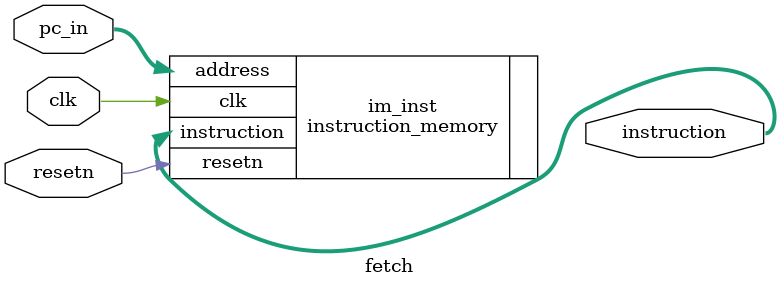
<source format=sv>
module fetch (
    input  wire        clk,
    input  wire        resetn,
    input  wire [63:0] pc_in,
    output wire [31:0] instruction
);

    // Use instruction_memory to read instruction at pc_in
    instruction_memory im_inst (
        .clk(clk),
        .resetn(resetn),
        .address(pc_in),
        .instruction(instruction)
    );

endmodule
</source>
